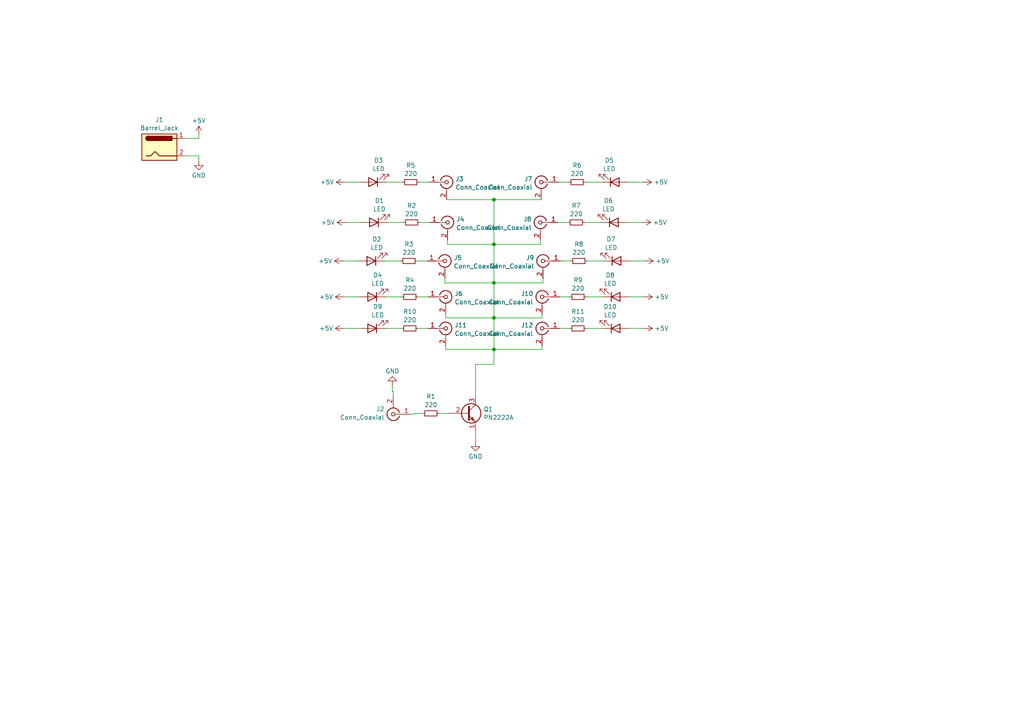
<source format=kicad_sch>
(kicad_sch (version 20230121) (generator eeschema)
  (paper "A4")
  (lib_symbols
    (symbol "Connector:Barrel_Jack" (pin_names (offset 1.016))
      (property "Reference" "J" (at 0 5.334 0))
      (property "Value" "Barrel_Jack" (at 0 -5.08 0))
      (symbol "Barrel_Jack_0_1"
        (rectangle (start -5.08 3.81) (end 5.08 -3.81) (stroke (width 0.254)) (fill (type background)))
        (arc (start -3.302 3.175) (mid -3.9343 2.54) (end -3.302 1.905) (stroke (width 0.254)))
        (arc (start -3.302 3.175) (mid -3.9343 2.54) (end -3.302 1.905) (stroke (width 0.254)) (fill (type outline)))
        (polyline (pts (xy 5.08 2.54) (xy 3.81 2.54)) (stroke (width 0.254)))
        (polyline (pts (xy -3.81 -2.54) (xy -2.54 -2.54) (xy -1.27 -1.27) (xy 0 -2.54) (xy 2.54 -2.54) (xy 5.08 -2.54)) (stroke (width 0.254)))
        (rectangle (start 3.683 3.175) (end -3.302 1.905) (stroke (width 0.254)) (fill (type outline)))
      )
      (symbol "Barrel_Jack_1_1"
        (pin passive line (at 7.62 2.54 180) (length 2.54) (name "~") (number "1"))
        (pin passive line (at 7.62 -2.54 180) (length 2.54) (name "~") (number "2"))
      )
    )
    (symbol "Connector:Conn_Coaxial" (pin_names (offset 1.016) hide)
      (property "Reference" "J" (at 0.254 3.048 0))
      (property "Value" "Conn_Coaxial" (at 2.921 0 90))
      (symbol "Conn_Coaxial_0_1"
        (arc (start -1.778 -0.508) (mid 0.2311 -1.8066) (end 1.778 0) (stroke (width 0.254)))
        (polyline (pts (xy -2.54 0) (xy -0.508 0)))
        (polyline (pts (xy 0 -2.54) (xy 0 -1.778)))
        (circle (center 0 0) (radius 0.508) (stroke (width 0.2032)))
        (arc (start 1.778 0) (mid 0.2099 1.8101) (end -1.778 0.508) (stroke (width 0.254)))
      )
      (symbol "Conn_Coaxial_1_1"
        (pin passive line (at -5.08 0 0) (length 2.54) (name "In") (number "1"))
        (pin passive line (at 0 -5.08 90) (length 2.54) (name "Ext") (number "2"))
      )
    )
    (symbol "Device:LED" (pin_numbers hide) (pin_names (offset 1.016) hide)
      (property "Reference" "D" (at 0 2.54 0))
      (property "Value" "LED" (at 0 -2.54 0))
      (symbol "LED_0_1"
        (polyline (pts (xy -1.27 -1.27) (xy -1.27 1.27)) (stroke (width 0.254)))
        (polyline (pts (xy -1.27 0) (xy 1.27 0)))
        (polyline (pts (xy 1.27 -1.27) (xy 1.27 1.27) (xy -1.27 0) (xy 1.27 -1.27)) (stroke (width 0.254)))
        (polyline (pts (xy -3.048 -0.762) (xy -4.572 -2.286) (xy -3.81 -2.286) (xy -4.572 -2.286) (xy -4.572 -1.524)))
        (polyline (pts (xy -1.778 -0.762) (xy -3.302 -2.286) (xy -2.54 -2.286) (xy -3.302 -2.286) (xy -3.302 -1.524)))
      )
      (symbol "LED_1_1"
        (pin passive line (at -3.81 0 0) (length 2.54) (name "K") (number "1"))
        (pin passive line (at 3.81 0 180) (length 2.54) (name "A") (number "2"))
      )
    )
    (symbol "Device:R_Small" (pin_numbers hide) (pin_names (offset 0.254) hide)
      (property "Reference" "R" (at 0.762 0.508 0))
      (property "Value" "R_Small" (at 0.762 -1.016 0))
      (symbol "R_Small_0_1"
        (rectangle (start -0.762 1.778) (end 0.762 -1.778) (stroke (width 0.2032)))
      )
      (symbol "R_Small_1_1"
        (pin passive line (at 0 2.54 270) (length 0.762) (name "~") (number "1"))
        (pin passive line (at 0 -2.54 90) (length 0.762) (name "~") (number "2"))
      )
    )
    (symbol "Transistor_BJT:PN2222A" (pin_names (offset 0) hide)
      (property "Reference" "Q" (at 5.08 1.905 0))
      (property "Value" "PN2222A" (at 5.08 0 0))
      (symbol "PN2222A_0_1"
        (polyline (pts (xy 0 0) (xy 0.635 0)))
        (polyline (pts (xy 2.54 -2.54) (xy 0.635 -0.635)))
        (polyline (pts (xy 2.54 2.54) (xy 0.635 0.635)))
        (polyline (pts (xy 0.635 1.905) (xy 0.635 -1.905) (xy 0.635 -1.905)) (stroke (width 0.508)))
        (polyline (pts (xy 2.413 -2.413) (xy 1.905 -1.905) (xy 1.905 -1.905)))
        (polyline (pts (xy 1.143 -1.651) (xy 1.651 -1.143) (xy 2.159 -2.159) (xy 1.143 -1.651) (xy 1.143 -1.651)) (fill (type outline)))
        (circle (center 1.27 0) (radius 2.8194) (stroke (width 0.254)))
      )
      (symbol "PN2222A_1_1"
        (pin passive line (at 2.54 -5.08 90) (length 2.54) (name "E") (number "1"))
        (pin input line (at -5.08 0 0) (length 5.08) (name "B") (number "2"))
        (pin passive line (at 2.54 5.08 270) (length 2.54) (name "C") (number "3"))
      )
    )
    (symbol "power:+5V" (power) (pin_names (offset 0))
      (property "Value" "+5V" (at 0 3.556 0))
      (symbol "+5V_0_1"
        (polyline (pts (xy -0.762 1.27) (xy 0 2.54)))
        (polyline (pts (xy 0 0) (xy 0 2.54)))
        (polyline (pts (xy 0 2.54) (xy 0.762 1.27)))
      )
      (symbol "+5V_1_1"
        (pin power_in line (at 0 0 90) (length 0) hide (name "+5V") (number "1"))
      )
    )
    (symbol "power:GND" (power) (pin_names (offset 0))
      (property "Value" "GND" (at 0 -3.81 0))
      (symbol "GND_0_1"
        (polyline (pts (xy 0 0) (xy 0 -1.27) (xy 1.27 -1.27) (xy 0 -2.54) (xy -1.27 -1.27) (xy 0 -1.27)))
      )
      (symbol "GND_1_1"
        (pin power_in line (at 0 0 270) (length 0) hide (name "GND") (number "1"))
      )
    )
  )
  (junction (at 143.256 82.042))
  (junction (at 143.256 70.866))
  (junction (at 143.256 101.346))
  (junction (at 143.256 57.912))
  (junction (at 143.256 92.202))
  (wire (pts (xy 129.286 101.346) (xy 143.256 101.346)))
  (wire (pts (xy 121.92 64.516) (xy 124.714 64.516)))
  (wire (pts (xy 186.69 86.106) (xy 182.372 86.106)))
  (wire (pts (xy 143.256 92.202) (xy 143.256 101.346)))
  (wire (pts (xy 113.792 113.538) (xy 114.046 113.538)))
  (wire (pts (xy 156.972 57.912) (xy 143.256 57.912)))
  (wire (pts (xy 53.848 40.132) (xy 57.658 40.132)))
  (wire (pts (xy 112.014 52.832) (xy 116.586 52.832)))
  (wire (pts (xy 114.046 113.538) (xy 114.046 115.062)))
  (wire (pts (xy 112.268 64.516) (xy 116.84 64.516)))
  (wire (pts (xy 129.794 70.866) (xy 143.256 70.866)))
  (wire (pts (xy 186.182 64.516) (xy 181.864 64.516)))
  (wire (pts (xy 127.508 119.888) (xy 130.302 119.888)))
  (wire (pts (xy 129.54 57.912) (xy 143.256 57.912)))
  (wire (pts (xy 57.658 46.736) (xy 57.658 45.212)))
  (wire (pts (xy 120.142 119.888) (xy 122.428 119.888)))
  (wire (pts (xy 99.822 95.25) (xy 104.14 95.25)))
  (wire (pts (xy 100.33 64.516) (xy 104.648 64.516)))
  (wire (pts (xy 129.286 91.186) (xy 129.286 92.202)))
  (wire (pts (xy 157.226 91.186) (xy 157.226 92.202)))
  (wire (pts (xy 175.006 75.692) (xy 170.434 75.692)))
  (wire (pts (xy 174.752 95.25) (xy 170.18 95.25)))
  (wire (pts (xy 99.822 86.106) (xy 104.14 86.106)))
  (wire (pts (xy 143.256 82.042) (xy 143.256 92.202)))
  (wire (pts (xy 129.794 69.596) (xy 129.794 70.866)))
  (wire (pts (xy 143.256 105.664) (xy 137.922 105.664)))
  (wire (pts (xy 137.922 105.664) (xy 137.922 114.808)))
  (wire (pts (xy 100.076 52.832) (xy 104.394 52.832)))
  (wire (pts (xy 157.226 101.346) (xy 143.256 101.346)))
  (wire (pts (xy 111.76 95.25) (xy 116.332 95.25)))
  (wire (pts (xy 120.142 120.142) (xy 120.142 119.888)))
  (wire (pts (xy 121.412 95.25) (xy 124.206 95.25)))
  (wire (pts (xy 174.752 86.106) (xy 170.18 86.106)))
  (wire (pts (xy 157.226 92.202) (xy 143.256 92.202)))
  (wire (pts (xy 111.76 86.106) (xy 116.332 86.106)))
  (wire (pts (xy 164.592 64.516) (xy 161.798 64.516)))
  (wire (pts (xy 186.69 95.25) (xy 182.372 95.25)))
  (wire (pts (xy 186.944 75.692) (xy 182.626 75.692)))
  (wire (pts (xy 57.658 40.132) (xy 57.658 39.116)))
  (wire (pts (xy 174.244 64.516) (xy 169.672 64.516)))
  (wire (pts (xy 174.498 52.832) (xy 169.926 52.832)))
  (wire (pts (xy 165.354 75.692) (xy 162.56 75.692)))
  (wire (pts (xy 156.718 70.866) (xy 143.256 70.866)))
  (wire (pts (xy 121.158 75.692) (xy 123.952 75.692)))
  (wire (pts (xy 129.286 92.202) (xy 143.256 92.202)))
  (wire (pts (xy 165.1 86.106) (xy 162.306 86.106)))
  (wire (pts (xy 113.792 111.76) (xy 113.792 113.538)))
  (wire (pts (xy 165.1 95.25) (xy 162.306 95.25)))
  (wire (pts (xy 157.226 100.33) (xy 157.226 101.346)))
  (wire (pts (xy 99.568 75.692) (xy 103.886 75.692)))
  (wire (pts (xy 129.286 100.33) (xy 129.286 101.346)))
  (wire (pts (xy 111.506 75.692) (xy 116.078 75.692)))
  (wire (pts (xy 57.658 45.212) (xy 53.848 45.212)))
  (wire (pts (xy 157.48 80.772) (xy 157.48 82.042)))
  (wire (pts (xy 157.48 82.042) (xy 143.256 82.042)))
  (wire (pts (xy 186.436 52.832) (xy 182.118 52.832)))
  (wire (pts (xy 121.412 86.106) (xy 124.206 86.106)))
  (wire (pts (xy 143.256 57.912) (xy 143.256 70.866)))
  (wire (pts (xy 129.032 82.042) (xy 143.256 82.042)))
  (wire (pts (xy 119.126 120.142) (xy 120.142 120.142)))
  (wire (pts (xy 143.256 101.346) (xy 143.256 105.664)))
  (wire (pts (xy 143.256 70.866) (xy 143.256 82.042)))
  (wire (pts (xy 164.846 52.832) (xy 162.052 52.832)))
  (wire (pts (xy 156.718 69.596) (xy 156.718 70.866)))
  (wire (pts (xy 129.032 80.772) (xy 129.032 82.042)))
  (wire (pts (xy 121.666 52.832) (xy 124.46 52.832)))
  (wire (pts (xy 137.922 124.968) (xy 137.922 128.27)))
  (symbol (lib_id "power:+5V") (at 186.944 75.692 270) (mirror x) (unit 1)
    (property "Reference" "#PWR011" (effects hide))
    (property "Value" "+5V" (at 190.1189 75.692 90) (effects (justify left)))
  )
  (symbol (lib_id "Connector:Conn_Coaxial") (at 157.48 75.692 0) (mirror y) (unit 1)
    (property "Reference" "J9" (at 154.9399 74.7731 0) (effects (justify left)))
    (property "Value" "Conn_Coaxial" (at 154.9399 77.1973 0) (effects (justify left)))
    (property "Footprint" "Connector_Coaxial:BNC_Amphenol_B6252HB-NPP3G-50_Horizontal" (effects hide))
    (property "Datasheet" " ~" (effects hide))
  )
  (symbol (lib_id "power:+5V") (at 186.69 95.25 270) (mirror x) (unit 1)
    (property "Reference" "#PWR014" (effects hide))
    (property "Value" "+5V" (at 189.8649 95.25 90) (effects (justify left)))
  )
  (symbol (lib_id "Device:LED") (at 178.308 52.832 0) (mirror x) (unit 1)
    (property "Reference" "D5" (at 176.7205 46.5287 0))
    (property "Value" "LED" (at 176.7205 48.9529 0))
    (property "Footprint" "LED_THT:LED_D3.0mm_Clear" (effects hide))
  )
  (symbol (lib_id "Device:LED") (at 178.054 64.516 0) (mirror x) (unit 1)
    (property "Reference" "D6" (at 176.4665 58.2127 0))
    (property "Value" "LED" (at 176.4665 60.6369 0))
    (property "Footprint" "LED_THT:LED_D3.0mm_Clear" (effects hide))
  )
  (symbol (lib_id "Device:LED") (at 107.696 75.692 180) (unit 1)
    (property "Reference" "D2" (at 109.2835 69.3887 0))
    (property "Value" "LED" (at 109.2835 71.8129 0))
    (property "Footprint" "LED_THT:LED_D3.0mm_Clear" (effects hide))
  )
  (symbol (lib_id "Device:LED") (at 178.562 95.25 0) (mirror x) (unit 1)
    (property "Reference" "D10" (at 176.9745 88.9467 0))
    (property "Value" "LED" (at 176.9745 91.3709 0))
    (property "Footprint" "LED_THT:LED_D3.0mm_Clear" (effects hide))
  )
  (symbol (lib_id "Device:R_Small") (at 167.132 64.516 270) (mirror x) (unit 1)
    (property "Reference" "R7" (at 167.132 59.6351 90))
    (property "Value" "220" (at 167.132 62.0593 90))
    (property "Footprint" "Resistor_THT:R_Axial_DIN0207_L6.3mm_D2.5mm_P10.16mm_Horizontal" (effects hide))
  )
  (symbol (lib_id "Connector:Conn_Coaxial") (at 129.032 75.692 0) (unit 1)
    (property "Reference" "J5" (at 131.5721 74.7731 0) (effects (justify left)))
    (property "Value" "Conn_Coaxial" (at 131.5721 77.1973 0) (effects (justify left)))
    (property "Footprint" "Connector_Coaxial:BNC_Amphenol_B6252HB-NPP3G-50_Horizontal" (effects hide))
    (property "Datasheet" " ~" (effects hide))
  )
  (symbol (lib_id "Device:R_Small") (at 124.968 119.888 90) (unit 1)
    (property "Reference" "R1" (at 124.968 115.0071 90))
    (property "Value" "220" (at 124.968 117.4313 90))
    (property "Footprint" "Resistor_THT:R_Axial_DIN0207_L6.3mm_D2.5mm_P10.16mm_Horizontal" (effects hide))
  )
  (symbol (lib_id "Connector:Barrel_Jack") (at 46.228 42.672 0) (unit 1)
    (property "Reference" "J1" (at 46.228 34.7177 0))
    (property "Value" "Barrel_Jack" (at 46.228 37.1419 0))
    (property "Footprint" "Connector_BarrelJack:BarrelJack_Horizontal" (effects hide))
  )
  (symbol (lib_id "Device:LED") (at 178.562 86.106 0) (mirror x) (unit 1)
    (property "Reference" "D8" (at 176.9745 79.8027 0))
    (property "Value" "LED" (at 176.9745 82.2269 0))
    (property "Footprint" "LED_THT:LED_D3.0mm_Clear" (effects hide))
  )
  (symbol (lib_id "Device:LED") (at 108.458 64.516 180) (unit 1)
    (property "Reference" "D1" (at 110.0455 58.2127 0))
    (property "Value" "LED" (at 110.0455 60.6369 0))
    (property "Footprint" "LED_THT:LED_D3.0mm_Clear" (effects hide))
  )
  (symbol (lib_id "Device:R_Small") (at 118.618 75.692 90) (unit 1)
    (property "Reference" "R3" (at 118.618 70.8111 90))
    (property "Value" "220" (at 118.618 73.2353 90))
    (property "Footprint" "Resistor_THT:R_Axial_DIN0207_L6.3mm_D2.5mm_P10.16mm_Horizontal" (effects hide))
  )
  (symbol (lib_id "Device:R_Small") (at 119.38 64.516 90) (unit 1)
    (property "Reference" "R2" (at 119.38 59.6351 90))
    (property "Value" "220" (at 119.38 62.0593 90))
    (property "Footprint" "Resistor_THT:R_Axial_DIN0207_L6.3mm_D2.5mm_P10.16mm_Horizontal" (effects hide))
  )
  (symbol (lib_id "Device:R_Small") (at 118.872 95.25 90) (unit 1)
    (property "Reference" "R10" (at 118.872 90.3691 90))
    (property "Value" "220" (at 118.872 92.7933 90))
    (property "Footprint" "Resistor_THT:R_Axial_DIN0207_L6.3mm_D2.5mm_P10.16mm_Horizontal" (effects hide))
  )
  (symbol (lib_id "power:+5V") (at 100.076 52.832 90) (unit 1)
    (property "Reference" "#PWR04" (effects hide))
    (property "Value" "+5V" (at 96.9011 52.832 90) (effects (justify left)))
  )
  (symbol (lib_id "Device:LED") (at 178.816 75.692 0) (mirror x) (unit 1)
    (property "Reference" "D7" (at 177.2285 69.3887 0))
    (property "Value" "LED" (at 177.2285 71.8129 0))
    (property "Footprint" "LED_THT:LED_D3.0mm_Clear" (effects hide))
  )
  (symbol (lib_id "Device:R_Small") (at 167.386 52.832 270) (mirror x) (unit 1)
    (property "Reference" "R6" (at 167.386 47.9511 90))
    (property "Value" "220" (at 167.386 50.3753 90))
    (property "Footprint" "Resistor_THT:R_Axial_DIN0207_L6.3mm_D2.5mm_P10.16mm_Horizontal" (effects hide))
  )
  (symbol (lib_id "Connector:Conn_Coaxial") (at 156.718 64.516 0) (mirror y) (unit 1)
    (property "Reference" "J8" (at 154.1779 63.5971 0) (effects (justify left)))
    (property "Value" "Conn_Coaxial" (at 154.1779 66.0213 0) (effects (justify left)))
    (property "Footprint" "Connector_Coaxial:BNC_Amphenol_B6252HB-NPP3G-50_Horizontal" (effects hide))
    (property "Datasheet" " ~" (effects hide))
  )
  (symbol (lib_id "Device:R_Small") (at 167.64 95.25 270) (mirror x) (unit 1)
    (property "Reference" "R11" (at 167.64 90.3691 90))
    (property "Value" "220" (at 167.64 92.7933 90))
    (property "Footprint" "Resistor_THT:R_Axial_DIN0207_L6.3mm_D2.5mm_P10.16mm_Horizontal" (effects hide))
  )
  (symbol (lib_id "Device:LED") (at 107.95 86.106 180) (unit 1)
    (property "Reference" "D4" (at 109.5375 79.8027 0))
    (property "Value" "LED" (at 109.5375 82.2269 0))
    (property "Footprint" "LED_THT:LED_D3.0mm_Clear" (effects hide))
  )
  (symbol (lib_id "Connector:Conn_Coaxial") (at 129.794 64.516 0) (unit 1)
    (property "Reference" "J4" (at 132.3341 63.5971 0) (effects (justify left)))
    (property "Value" "Conn_Coaxial" (at 132.3341 66.0213 0) (effects (justify left)))
    (property "Footprint" "Connector_Coaxial:BNC_Amphenol_B6252HB-NPP3G-50_Horizontal" (effects hide))
    (property "Datasheet" " ~" (effects hide))
  )
  (symbol (lib_id "Device:LED") (at 107.95 95.25 180) (unit 1)
    (property "Reference" "D9" (at 109.5375 88.9467 0))
    (property "Value" "LED" (at 109.5375 91.3709 0))
    (property "Footprint" "LED_THT:LED_D3.0mm_Clear" (effects hide))
  )
  (symbol (lib_id "Device:LED") (at 108.204 52.832 180) (unit 1)
    (property "Reference" "D3" (at 109.7915 46.5287 0))
    (property "Value" "LED" (at 109.7915 48.9529 0))
    (property "Footprint" "LED_THT:LED_D3.0mm_Clear" (effects hide))
  )
  (symbol (lib_id "power:+5V") (at 57.658 39.116 0) (unit 1)
    (property "Reference" "#PWR05" (effects hide))
    (property "Value" "+5V" (at 57.658 34.9829 0))
  )
  (symbol (lib_id "Connector:Conn_Coaxial") (at 114.046 120.142 180) (unit 1)
    (property "Reference" "J2" (at 111.5059 118.6367 0) (effects (justify left)))
    (property "Value" "Conn_Coaxial" (at 111.5059 121.0609 0) (effects (justify left)))
    (property "Footprint" "Connector_Coaxial:BNC_Amphenol_B6252HB-NPP3G-50_Horizontal" (effects hide))
    (property "Datasheet" " ~" (effects hide))
  )
  (symbol (lib_id "Connector:Conn_Coaxial") (at 129.54 52.832 0) (unit 1)
    (property "Reference" "J3" (at 132.0801 51.9131 0) (effects (justify left)))
    (property "Value" "Conn_Coaxial" (at 132.0801 54.3373 0) (effects (justify left)))
    (property "Footprint" "Connector_Coaxial:BNC_Amphenol_B6252HB-NPP3G-50_Horizontal" (effects hide))
    (property "Datasheet" " ~" (effects hide))
  )
  (symbol (lib_id "Device:R_Small") (at 119.126 52.832 90) (unit 1)
    (property "Reference" "R5" (at 119.126 47.9511 90))
    (property "Value" "220" (at 119.126 50.3753 90))
    (property "Footprint" "Resistor_THT:R_Axial_DIN0207_L6.3mm_D2.5mm_P10.16mm_Horizontal" (effects hide))
  )
  (symbol (lib_id "power:GND") (at 57.658 46.736 0) (unit 1)
    (property "Reference" "#PWR03" (effects hide))
    (property "Value" "GND" (at 57.658 50.8691 0))
  )
  (symbol (lib_id "Connector:Conn_Coaxial") (at 157.226 86.106 0) (mirror y) (unit 1)
    (property "Reference" "J10" (at 154.6859 85.1871 0) (effects (justify left)))
    (property "Value" "Conn_Coaxial" (at 154.6859 87.6113 0) (effects (justify left)))
    (property "Footprint" "Connector_Coaxial:BNC_Amphenol_B6252HB-NPP3G-50_Horizontal" (effects hide))
    (property "Datasheet" " ~" (effects hide))
  )
  (symbol (lib_id "Device:R_Small") (at 167.64 86.106 270) (mirror x) (unit 1)
    (property "Reference" "R9" (at 167.64 81.2251 90))
    (property "Value" "220" (at 167.64 83.6493 90))
    (property "Footprint" "Resistor_THT:R_Axial_DIN0207_L6.3mm_D2.5mm_P10.16mm_Horizontal" (effects hide))
  )
  (symbol (lib_id "Transistor_BJT:PN2222A") (at 135.382 119.888 0) (unit 1)
    (property "Reference" "Q1" (at 140.2334 118.6759 0) (effects (justify left)))
    (property "Value" "PN2222A" (at 140.2334 121.1001 0) (effects (justify left)))
    (property "Footprint" "Package_TO_SOT_THT:TO-92_Inline" (effects hide))
    (property "Datasheet" "https://www.onsemi.com/pub/Collateral/PN2222-D.PDF" (effects hide))
  )
  (symbol (lib_id "power:+5V") (at 99.822 95.25 90) (unit 1)
    (property "Reference" "#PWR013" (effects hide))
    (property "Value" "+5V" (at 96.6471 95.25 90) (effects (justify left)))
  )
  (symbol (lib_id "power:+5V") (at 186.436 52.832 270) (mirror x) (unit 1)
    (property "Reference" "#PWR09" (effects hide))
    (property "Value" "+5V" (at 189.6109 52.832 90) (effects (justify left)))
  )
  (symbol (lib_id "power:+5V") (at 186.182 64.516 270) (mirror x) (unit 1)
    (property "Reference" "#PWR010" (effects hide))
    (property "Value" "+5V" (at 189.3569 64.516 90) (effects (justify left)))
  )
  (symbol (lib_id "Connector:Conn_Coaxial") (at 129.286 95.25 0) (unit 1)
    (property "Reference" "J11" (at 131.8261 94.3311 0) (effects (justify left)))
    (property "Value" "Conn_Coaxial" (at 131.8261 96.7553 0) (effects (justify left)))
    (property "Footprint" "Connector_Coaxial:BNC_Amphenol_B6252HB-NPP3G-50_Horizontal" (effects hide))
    (property "Datasheet" " ~" (effects hide))
  )
  (symbol (lib_id "Connector:Conn_Coaxial") (at 156.972 52.832 0) (mirror y) (unit 1)
    (property "Reference" "J7" (at 154.4319 51.9131 0) (effects (justify left)))
    (property "Value" "Conn_Coaxial" (at 154.4319 54.3373 0) (effects (justify left)))
    (property "Footprint" "Connector_Coaxial:BNC_Amphenol_B6252HB-NPP3G-50_Horizontal" (effects hide))
    (property "Datasheet" " ~" (effects hide))
  )
  (symbol (lib_id "power:+5V") (at 100.33 64.516 90) (unit 1)
    (property "Reference" "#PWR06" (effects hide))
    (property "Value" "+5V" (at 97.1551 64.516 90) (effects (justify left)))
  )
  (symbol (lib_id "Device:R_Small") (at 167.894 75.692 270) (mirror x) (unit 1)
    (property "Reference" "R8" (at 167.894 70.8111 90))
    (property "Value" "220" (at 167.894 73.2353 90))
    (property "Footprint" "Resistor_THT:R_Axial_DIN0207_L6.3mm_D2.5mm_P10.16mm_Horizontal" (effects hide))
  )
  (symbol (lib_id "power:GND") (at 113.792 111.76 180) (unit 1)
    (property "Reference" "#PWR02" (effects hide))
    (property "Value" "GND" (at 113.792 107.6269 0))
  )
  (symbol (lib_id "power:+5V") (at 186.69 86.106 270) (mirror x) (unit 1)
    (property "Reference" "#PWR012" (effects hide))
    (property "Value" "+5V" (at 189.8649 86.106 90) (effects (justify left)))
  )
  (symbol (lib_id "Connector:Conn_Coaxial") (at 129.286 86.106 0) (unit 1)
    (property "Reference" "J6" (at 131.8261 85.1871 0) (effects (justify left)))
    (property "Value" "Conn_Coaxial" (at 131.8261 87.6113 0) (effects (justify left)))
    (property "Footprint" "Connector_Coaxial:BNC_Amphenol_B6252HB-NPP3G-50_Horizontal" (effects hide))
    (property "Datasheet" " ~" (effects hide))
  )
  (symbol (lib_id "Connector:Conn_Coaxial") (at 157.226 95.25 0) (mirror y) (unit 1)
    (property "Reference" "J12" (at 154.6859 94.3311 0) (effects (justify left)))
    (property "Value" "Conn_Coaxial" (at 154.6859 96.7553 0) (effects (justify left)))
    (property "Footprint" "Connector_Coaxial:BNC_Amphenol_B6252HB-NPP3G-50_Horizontal" (effects hide))
    (property "Datasheet" " ~" (effects hide))
  )
  (symbol (lib_id "Device:R_Small") (at 118.872 86.106 90) (unit 1)
    (property "Reference" "R4" (at 118.872 81.2251 90))
    (property "Value" "220" (at 118.872 83.6493 90))
    (property "Footprint" "Resistor_THT:R_Axial_DIN0207_L6.3mm_D2.5mm_P10.16mm_Horizontal" (effects hide))
  )
  (symbol (lib_id "power:GND") (at 137.922 128.27 0) (unit 1)
    (property "Reference" "#PWR01" (effects hide))
    (property "Value" "GND" (at 137.922 132.4031 0))
  )
  (symbol (lib_id "power:+5V") (at 99.822 86.106 90) (unit 1)
    (property "Reference" "#PWR08" (effects hide))
    (property "Value" "+5V" (at 96.6471 86.106 90) (effects (justify left)))
  )
  (symbol (lib_id "power:+5V") (at 99.568 75.692 90) (unit 1)
    (property "Reference" "#PWR07" (effects hide))
    (property "Value" "+5V" (at 96.3931 75.692 90) (effects (justify left)))
  )
)
</source>
